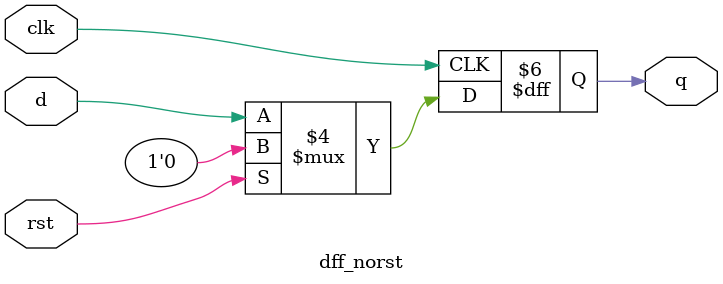
<source format=v>
module dff_norst(
input d,clk,rst,
output reg q);
always@(posedge clk)
if(rst==1)
q<=1'b0;
else
q<=d;
endmodule
</source>
